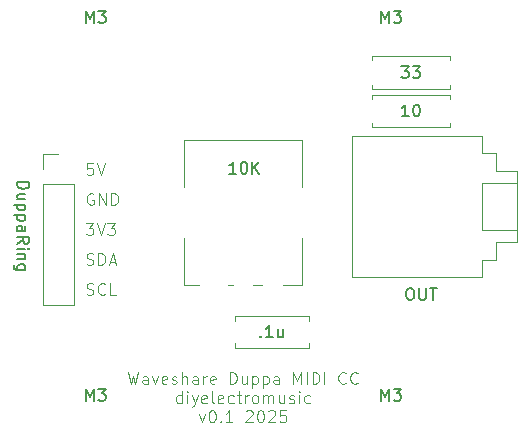
<source format=gbr>
%TF.GenerationSoftware,KiCad,Pcbnew,8.0.7*%
%TF.CreationDate,2025-04-07T14:00:10+01:00*%
%TF.ProjectId,WaveshareDuppaController,57617665-7368-4617-9265-447570706143,rev?*%
%TF.SameCoordinates,Original*%
%TF.FileFunction,Legend,Top*%
%TF.FilePolarity,Positive*%
%FSLAX46Y46*%
G04 Gerber Fmt 4.6, Leading zero omitted, Abs format (unit mm)*
G04 Created by KiCad (PCBNEW 8.0.7) date 2025-04-07 14:00:10*
%MOMM*%
%LPD*%
G01*
G04 APERTURE LIST*
%ADD10C,0.100000*%
%ADD11C,0.150000*%
%ADD12C,0.120000*%
G04 APERTURE END LIST*
D10*
X60261904Y-84042419D02*
X60499999Y-85042419D01*
X60499999Y-85042419D02*
X60690475Y-84328133D01*
X60690475Y-84328133D02*
X60880951Y-85042419D01*
X60880951Y-85042419D02*
X61119047Y-84042419D01*
X61928570Y-85042419D02*
X61928570Y-84518609D01*
X61928570Y-84518609D02*
X61880951Y-84423371D01*
X61880951Y-84423371D02*
X61785713Y-84375752D01*
X61785713Y-84375752D02*
X61595237Y-84375752D01*
X61595237Y-84375752D02*
X61499999Y-84423371D01*
X61928570Y-84994800D02*
X61833332Y-85042419D01*
X61833332Y-85042419D02*
X61595237Y-85042419D01*
X61595237Y-85042419D02*
X61499999Y-84994800D01*
X61499999Y-84994800D02*
X61452380Y-84899561D01*
X61452380Y-84899561D02*
X61452380Y-84804323D01*
X61452380Y-84804323D02*
X61499999Y-84709085D01*
X61499999Y-84709085D02*
X61595237Y-84661466D01*
X61595237Y-84661466D02*
X61833332Y-84661466D01*
X61833332Y-84661466D02*
X61928570Y-84613847D01*
X62309523Y-84375752D02*
X62547618Y-85042419D01*
X62547618Y-85042419D02*
X62785713Y-84375752D01*
X63547618Y-84994800D02*
X63452380Y-85042419D01*
X63452380Y-85042419D02*
X63261904Y-85042419D01*
X63261904Y-85042419D02*
X63166666Y-84994800D01*
X63166666Y-84994800D02*
X63119047Y-84899561D01*
X63119047Y-84899561D02*
X63119047Y-84518609D01*
X63119047Y-84518609D02*
X63166666Y-84423371D01*
X63166666Y-84423371D02*
X63261904Y-84375752D01*
X63261904Y-84375752D02*
X63452380Y-84375752D01*
X63452380Y-84375752D02*
X63547618Y-84423371D01*
X63547618Y-84423371D02*
X63595237Y-84518609D01*
X63595237Y-84518609D02*
X63595237Y-84613847D01*
X63595237Y-84613847D02*
X63119047Y-84709085D01*
X63976190Y-84994800D02*
X64071428Y-85042419D01*
X64071428Y-85042419D02*
X64261904Y-85042419D01*
X64261904Y-85042419D02*
X64357142Y-84994800D01*
X64357142Y-84994800D02*
X64404761Y-84899561D01*
X64404761Y-84899561D02*
X64404761Y-84851942D01*
X64404761Y-84851942D02*
X64357142Y-84756704D01*
X64357142Y-84756704D02*
X64261904Y-84709085D01*
X64261904Y-84709085D02*
X64119047Y-84709085D01*
X64119047Y-84709085D02*
X64023809Y-84661466D01*
X64023809Y-84661466D02*
X63976190Y-84566228D01*
X63976190Y-84566228D02*
X63976190Y-84518609D01*
X63976190Y-84518609D02*
X64023809Y-84423371D01*
X64023809Y-84423371D02*
X64119047Y-84375752D01*
X64119047Y-84375752D02*
X64261904Y-84375752D01*
X64261904Y-84375752D02*
X64357142Y-84423371D01*
X64833333Y-85042419D02*
X64833333Y-84042419D01*
X65261904Y-85042419D02*
X65261904Y-84518609D01*
X65261904Y-84518609D02*
X65214285Y-84423371D01*
X65214285Y-84423371D02*
X65119047Y-84375752D01*
X65119047Y-84375752D02*
X64976190Y-84375752D01*
X64976190Y-84375752D02*
X64880952Y-84423371D01*
X64880952Y-84423371D02*
X64833333Y-84470990D01*
X66166666Y-85042419D02*
X66166666Y-84518609D01*
X66166666Y-84518609D02*
X66119047Y-84423371D01*
X66119047Y-84423371D02*
X66023809Y-84375752D01*
X66023809Y-84375752D02*
X65833333Y-84375752D01*
X65833333Y-84375752D02*
X65738095Y-84423371D01*
X66166666Y-84994800D02*
X66071428Y-85042419D01*
X66071428Y-85042419D02*
X65833333Y-85042419D01*
X65833333Y-85042419D02*
X65738095Y-84994800D01*
X65738095Y-84994800D02*
X65690476Y-84899561D01*
X65690476Y-84899561D02*
X65690476Y-84804323D01*
X65690476Y-84804323D02*
X65738095Y-84709085D01*
X65738095Y-84709085D02*
X65833333Y-84661466D01*
X65833333Y-84661466D02*
X66071428Y-84661466D01*
X66071428Y-84661466D02*
X66166666Y-84613847D01*
X66642857Y-85042419D02*
X66642857Y-84375752D01*
X66642857Y-84566228D02*
X66690476Y-84470990D01*
X66690476Y-84470990D02*
X66738095Y-84423371D01*
X66738095Y-84423371D02*
X66833333Y-84375752D01*
X66833333Y-84375752D02*
X66928571Y-84375752D01*
X67642857Y-84994800D02*
X67547619Y-85042419D01*
X67547619Y-85042419D02*
X67357143Y-85042419D01*
X67357143Y-85042419D02*
X67261905Y-84994800D01*
X67261905Y-84994800D02*
X67214286Y-84899561D01*
X67214286Y-84899561D02*
X67214286Y-84518609D01*
X67214286Y-84518609D02*
X67261905Y-84423371D01*
X67261905Y-84423371D02*
X67357143Y-84375752D01*
X67357143Y-84375752D02*
X67547619Y-84375752D01*
X67547619Y-84375752D02*
X67642857Y-84423371D01*
X67642857Y-84423371D02*
X67690476Y-84518609D01*
X67690476Y-84518609D02*
X67690476Y-84613847D01*
X67690476Y-84613847D02*
X67214286Y-84709085D01*
X68880953Y-85042419D02*
X68880953Y-84042419D01*
X68880953Y-84042419D02*
X69119048Y-84042419D01*
X69119048Y-84042419D02*
X69261905Y-84090038D01*
X69261905Y-84090038D02*
X69357143Y-84185276D01*
X69357143Y-84185276D02*
X69404762Y-84280514D01*
X69404762Y-84280514D02*
X69452381Y-84470990D01*
X69452381Y-84470990D02*
X69452381Y-84613847D01*
X69452381Y-84613847D02*
X69404762Y-84804323D01*
X69404762Y-84804323D02*
X69357143Y-84899561D01*
X69357143Y-84899561D02*
X69261905Y-84994800D01*
X69261905Y-84994800D02*
X69119048Y-85042419D01*
X69119048Y-85042419D02*
X68880953Y-85042419D01*
X70309524Y-84375752D02*
X70309524Y-85042419D01*
X69880953Y-84375752D02*
X69880953Y-84899561D01*
X69880953Y-84899561D02*
X69928572Y-84994800D01*
X69928572Y-84994800D02*
X70023810Y-85042419D01*
X70023810Y-85042419D02*
X70166667Y-85042419D01*
X70166667Y-85042419D02*
X70261905Y-84994800D01*
X70261905Y-84994800D02*
X70309524Y-84947180D01*
X70785715Y-84375752D02*
X70785715Y-85375752D01*
X70785715Y-84423371D02*
X70880953Y-84375752D01*
X70880953Y-84375752D02*
X71071429Y-84375752D01*
X71071429Y-84375752D02*
X71166667Y-84423371D01*
X71166667Y-84423371D02*
X71214286Y-84470990D01*
X71214286Y-84470990D02*
X71261905Y-84566228D01*
X71261905Y-84566228D02*
X71261905Y-84851942D01*
X71261905Y-84851942D02*
X71214286Y-84947180D01*
X71214286Y-84947180D02*
X71166667Y-84994800D01*
X71166667Y-84994800D02*
X71071429Y-85042419D01*
X71071429Y-85042419D02*
X70880953Y-85042419D01*
X70880953Y-85042419D02*
X70785715Y-84994800D01*
X71690477Y-84375752D02*
X71690477Y-85375752D01*
X71690477Y-84423371D02*
X71785715Y-84375752D01*
X71785715Y-84375752D02*
X71976191Y-84375752D01*
X71976191Y-84375752D02*
X72071429Y-84423371D01*
X72071429Y-84423371D02*
X72119048Y-84470990D01*
X72119048Y-84470990D02*
X72166667Y-84566228D01*
X72166667Y-84566228D02*
X72166667Y-84851942D01*
X72166667Y-84851942D02*
X72119048Y-84947180D01*
X72119048Y-84947180D02*
X72071429Y-84994800D01*
X72071429Y-84994800D02*
X71976191Y-85042419D01*
X71976191Y-85042419D02*
X71785715Y-85042419D01*
X71785715Y-85042419D02*
X71690477Y-84994800D01*
X73023810Y-85042419D02*
X73023810Y-84518609D01*
X73023810Y-84518609D02*
X72976191Y-84423371D01*
X72976191Y-84423371D02*
X72880953Y-84375752D01*
X72880953Y-84375752D02*
X72690477Y-84375752D01*
X72690477Y-84375752D02*
X72595239Y-84423371D01*
X73023810Y-84994800D02*
X72928572Y-85042419D01*
X72928572Y-85042419D02*
X72690477Y-85042419D01*
X72690477Y-85042419D02*
X72595239Y-84994800D01*
X72595239Y-84994800D02*
X72547620Y-84899561D01*
X72547620Y-84899561D02*
X72547620Y-84804323D01*
X72547620Y-84804323D02*
X72595239Y-84709085D01*
X72595239Y-84709085D02*
X72690477Y-84661466D01*
X72690477Y-84661466D02*
X72928572Y-84661466D01*
X72928572Y-84661466D02*
X73023810Y-84613847D01*
X74261906Y-85042419D02*
X74261906Y-84042419D01*
X74261906Y-84042419D02*
X74595239Y-84756704D01*
X74595239Y-84756704D02*
X74928572Y-84042419D01*
X74928572Y-84042419D02*
X74928572Y-85042419D01*
X75404763Y-85042419D02*
X75404763Y-84042419D01*
X75880953Y-85042419D02*
X75880953Y-84042419D01*
X75880953Y-84042419D02*
X76119048Y-84042419D01*
X76119048Y-84042419D02*
X76261905Y-84090038D01*
X76261905Y-84090038D02*
X76357143Y-84185276D01*
X76357143Y-84185276D02*
X76404762Y-84280514D01*
X76404762Y-84280514D02*
X76452381Y-84470990D01*
X76452381Y-84470990D02*
X76452381Y-84613847D01*
X76452381Y-84613847D02*
X76404762Y-84804323D01*
X76404762Y-84804323D02*
X76357143Y-84899561D01*
X76357143Y-84899561D02*
X76261905Y-84994800D01*
X76261905Y-84994800D02*
X76119048Y-85042419D01*
X76119048Y-85042419D02*
X75880953Y-85042419D01*
X76880953Y-85042419D02*
X76880953Y-84042419D01*
X78690476Y-84947180D02*
X78642857Y-84994800D01*
X78642857Y-84994800D02*
X78500000Y-85042419D01*
X78500000Y-85042419D02*
X78404762Y-85042419D01*
X78404762Y-85042419D02*
X78261905Y-84994800D01*
X78261905Y-84994800D02*
X78166667Y-84899561D01*
X78166667Y-84899561D02*
X78119048Y-84804323D01*
X78119048Y-84804323D02*
X78071429Y-84613847D01*
X78071429Y-84613847D02*
X78071429Y-84470990D01*
X78071429Y-84470990D02*
X78119048Y-84280514D01*
X78119048Y-84280514D02*
X78166667Y-84185276D01*
X78166667Y-84185276D02*
X78261905Y-84090038D01*
X78261905Y-84090038D02*
X78404762Y-84042419D01*
X78404762Y-84042419D02*
X78500000Y-84042419D01*
X78500000Y-84042419D02*
X78642857Y-84090038D01*
X78642857Y-84090038D02*
X78690476Y-84137657D01*
X79690476Y-84947180D02*
X79642857Y-84994800D01*
X79642857Y-84994800D02*
X79500000Y-85042419D01*
X79500000Y-85042419D02*
X79404762Y-85042419D01*
X79404762Y-85042419D02*
X79261905Y-84994800D01*
X79261905Y-84994800D02*
X79166667Y-84899561D01*
X79166667Y-84899561D02*
X79119048Y-84804323D01*
X79119048Y-84804323D02*
X79071429Y-84613847D01*
X79071429Y-84613847D02*
X79071429Y-84470990D01*
X79071429Y-84470990D02*
X79119048Y-84280514D01*
X79119048Y-84280514D02*
X79166667Y-84185276D01*
X79166667Y-84185276D02*
X79261905Y-84090038D01*
X79261905Y-84090038D02*
X79404762Y-84042419D01*
X79404762Y-84042419D02*
X79500000Y-84042419D01*
X79500000Y-84042419D02*
X79642857Y-84090038D01*
X79642857Y-84090038D02*
X79690476Y-84137657D01*
X64809523Y-86652363D02*
X64809523Y-85652363D01*
X64809523Y-86604744D02*
X64714285Y-86652363D01*
X64714285Y-86652363D02*
X64523809Y-86652363D01*
X64523809Y-86652363D02*
X64428571Y-86604744D01*
X64428571Y-86604744D02*
X64380952Y-86557124D01*
X64380952Y-86557124D02*
X64333333Y-86461886D01*
X64333333Y-86461886D02*
X64333333Y-86176172D01*
X64333333Y-86176172D02*
X64380952Y-86080934D01*
X64380952Y-86080934D02*
X64428571Y-86033315D01*
X64428571Y-86033315D02*
X64523809Y-85985696D01*
X64523809Y-85985696D02*
X64714285Y-85985696D01*
X64714285Y-85985696D02*
X64809523Y-86033315D01*
X65285714Y-86652363D02*
X65285714Y-85985696D01*
X65285714Y-85652363D02*
X65238095Y-85699982D01*
X65238095Y-85699982D02*
X65285714Y-85747601D01*
X65285714Y-85747601D02*
X65333333Y-85699982D01*
X65333333Y-85699982D02*
X65285714Y-85652363D01*
X65285714Y-85652363D02*
X65285714Y-85747601D01*
X65666666Y-85985696D02*
X65904761Y-86652363D01*
X66142856Y-85985696D02*
X65904761Y-86652363D01*
X65904761Y-86652363D02*
X65809523Y-86890458D01*
X65809523Y-86890458D02*
X65761904Y-86938077D01*
X65761904Y-86938077D02*
X65666666Y-86985696D01*
X66904761Y-86604744D02*
X66809523Y-86652363D01*
X66809523Y-86652363D02*
X66619047Y-86652363D01*
X66619047Y-86652363D02*
X66523809Y-86604744D01*
X66523809Y-86604744D02*
X66476190Y-86509505D01*
X66476190Y-86509505D02*
X66476190Y-86128553D01*
X66476190Y-86128553D02*
X66523809Y-86033315D01*
X66523809Y-86033315D02*
X66619047Y-85985696D01*
X66619047Y-85985696D02*
X66809523Y-85985696D01*
X66809523Y-85985696D02*
X66904761Y-86033315D01*
X66904761Y-86033315D02*
X66952380Y-86128553D01*
X66952380Y-86128553D02*
X66952380Y-86223791D01*
X66952380Y-86223791D02*
X66476190Y-86319029D01*
X67523809Y-86652363D02*
X67428571Y-86604744D01*
X67428571Y-86604744D02*
X67380952Y-86509505D01*
X67380952Y-86509505D02*
X67380952Y-85652363D01*
X68285714Y-86604744D02*
X68190476Y-86652363D01*
X68190476Y-86652363D02*
X68000000Y-86652363D01*
X68000000Y-86652363D02*
X67904762Y-86604744D01*
X67904762Y-86604744D02*
X67857143Y-86509505D01*
X67857143Y-86509505D02*
X67857143Y-86128553D01*
X67857143Y-86128553D02*
X67904762Y-86033315D01*
X67904762Y-86033315D02*
X68000000Y-85985696D01*
X68000000Y-85985696D02*
X68190476Y-85985696D01*
X68190476Y-85985696D02*
X68285714Y-86033315D01*
X68285714Y-86033315D02*
X68333333Y-86128553D01*
X68333333Y-86128553D02*
X68333333Y-86223791D01*
X68333333Y-86223791D02*
X67857143Y-86319029D01*
X69190476Y-86604744D02*
X69095238Y-86652363D01*
X69095238Y-86652363D02*
X68904762Y-86652363D01*
X68904762Y-86652363D02*
X68809524Y-86604744D01*
X68809524Y-86604744D02*
X68761905Y-86557124D01*
X68761905Y-86557124D02*
X68714286Y-86461886D01*
X68714286Y-86461886D02*
X68714286Y-86176172D01*
X68714286Y-86176172D02*
X68761905Y-86080934D01*
X68761905Y-86080934D02*
X68809524Y-86033315D01*
X68809524Y-86033315D02*
X68904762Y-85985696D01*
X68904762Y-85985696D02*
X69095238Y-85985696D01*
X69095238Y-85985696D02*
X69190476Y-86033315D01*
X69476191Y-85985696D02*
X69857143Y-85985696D01*
X69619048Y-85652363D02*
X69619048Y-86509505D01*
X69619048Y-86509505D02*
X69666667Y-86604744D01*
X69666667Y-86604744D02*
X69761905Y-86652363D01*
X69761905Y-86652363D02*
X69857143Y-86652363D01*
X70190477Y-86652363D02*
X70190477Y-85985696D01*
X70190477Y-86176172D02*
X70238096Y-86080934D01*
X70238096Y-86080934D02*
X70285715Y-86033315D01*
X70285715Y-86033315D02*
X70380953Y-85985696D01*
X70380953Y-85985696D02*
X70476191Y-85985696D01*
X70952382Y-86652363D02*
X70857144Y-86604744D01*
X70857144Y-86604744D02*
X70809525Y-86557124D01*
X70809525Y-86557124D02*
X70761906Y-86461886D01*
X70761906Y-86461886D02*
X70761906Y-86176172D01*
X70761906Y-86176172D02*
X70809525Y-86080934D01*
X70809525Y-86080934D02*
X70857144Y-86033315D01*
X70857144Y-86033315D02*
X70952382Y-85985696D01*
X70952382Y-85985696D02*
X71095239Y-85985696D01*
X71095239Y-85985696D02*
X71190477Y-86033315D01*
X71190477Y-86033315D02*
X71238096Y-86080934D01*
X71238096Y-86080934D02*
X71285715Y-86176172D01*
X71285715Y-86176172D02*
X71285715Y-86461886D01*
X71285715Y-86461886D02*
X71238096Y-86557124D01*
X71238096Y-86557124D02*
X71190477Y-86604744D01*
X71190477Y-86604744D02*
X71095239Y-86652363D01*
X71095239Y-86652363D02*
X70952382Y-86652363D01*
X71714287Y-86652363D02*
X71714287Y-85985696D01*
X71714287Y-86080934D02*
X71761906Y-86033315D01*
X71761906Y-86033315D02*
X71857144Y-85985696D01*
X71857144Y-85985696D02*
X72000001Y-85985696D01*
X72000001Y-85985696D02*
X72095239Y-86033315D01*
X72095239Y-86033315D02*
X72142858Y-86128553D01*
X72142858Y-86128553D02*
X72142858Y-86652363D01*
X72142858Y-86128553D02*
X72190477Y-86033315D01*
X72190477Y-86033315D02*
X72285715Y-85985696D01*
X72285715Y-85985696D02*
X72428572Y-85985696D01*
X72428572Y-85985696D02*
X72523811Y-86033315D01*
X72523811Y-86033315D02*
X72571430Y-86128553D01*
X72571430Y-86128553D02*
X72571430Y-86652363D01*
X73476191Y-85985696D02*
X73476191Y-86652363D01*
X73047620Y-85985696D02*
X73047620Y-86509505D01*
X73047620Y-86509505D02*
X73095239Y-86604744D01*
X73095239Y-86604744D02*
X73190477Y-86652363D01*
X73190477Y-86652363D02*
X73333334Y-86652363D01*
X73333334Y-86652363D02*
X73428572Y-86604744D01*
X73428572Y-86604744D02*
X73476191Y-86557124D01*
X73904763Y-86604744D02*
X74000001Y-86652363D01*
X74000001Y-86652363D02*
X74190477Y-86652363D01*
X74190477Y-86652363D02*
X74285715Y-86604744D01*
X74285715Y-86604744D02*
X74333334Y-86509505D01*
X74333334Y-86509505D02*
X74333334Y-86461886D01*
X74333334Y-86461886D02*
X74285715Y-86366648D01*
X74285715Y-86366648D02*
X74190477Y-86319029D01*
X74190477Y-86319029D02*
X74047620Y-86319029D01*
X74047620Y-86319029D02*
X73952382Y-86271410D01*
X73952382Y-86271410D02*
X73904763Y-86176172D01*
X73904763Y-86176172D02*
X73904763Y-86128553D01*
X73904763Y-86128553D02*
X73952382Y-86033315D01*
X73952382Y-86033315D02*
X74047620Y-85985696D01*
X74047620Y-85985696D02*
X74190477Y-85985696D01*
X74190477Y-85985696D02*
X74285715Y-86033315D01*
X74761906Y-86652363D02*
X74761906Y-85985696D01*
X74761906Y-85652363D02*
X74714287Y-85699982D01*
X74714287Y-85699982D02*
X74761906Y-85747601D01*
X74761906Y-85747601D02*
X74809525Y-85699982D01*
X74809525Y-85699982D02*
X74761906Y-85652363D01*
X74761906Y-85652363D02*
X74761906Y-85747601D01*
X75666667Y-86604744D02*
X75571429Y-86652363D01*
X75571429Y-86652363D02*
X75380953Y-86652363D01*
X75380953Y-86652363D02*
X75285715Y-86604744D01*
X75285715Y-86604744D02*
X75238096Y-86557124D01*
X75238096Y-86557124D02*
X75190477Y-86461886D01*
X75190477Y-86461886D02*
X75190477Y-86176172D01*
X75190477Y-86176172D02*
X75238096Y-86080934D01*
X75238096Y-86080934D02*
X75285715Y-86033315D01*
X75285715Y-86033315D02*
X75380953Y-85985696D01*
X75380953Y-85985696D02*
X75571429Y-85985696D01*
X75571429Y-85985696D02*
X75666667Y-86033315D01*
X66285714Y-87595640D02*
X66523809Y-88262307D01*
X66523809Y-88262307D02*
X66761904Y-87595640D01*
X67333333Y-87262307D02*
X67428571Y-87262307D01*
X67428571Y-87262307D02*
X67523809Y-87309926D01*
X67523809Y-87309926D02*
X67571428Y-87357545D01*
X67571428Y-87357545D02*
X67619047Y-87452783D01*
X67619047Y-87452783D02*
X67666666Y-87643259D01*
X67666666Y-87643259D02*
X67666666Y-87881354D01*
X67666666Y-87881354D02*
X67619047Y-88071830D01*
X67619047Y-88071830D02*
X67571428Y-88167068D01*
X67571428Y-88167068D02*
X67523809Y-88214688D01*
X67523809Y-88214688D02*
X67428571Y-88262307D01*
X67428571Y-88262307D02*
X67333333Y-88262307D01*
X67333333Y-88262307D02*
X67238095Y-88214688D01*
X67238095Y-88214688D02*
X67190476Y-88167068D01*
X67190476Y-88167068D02*
X67142857Y-88071830D01*
X67142857Y-88071830D02*
X67095238Y-87881354D01*
X67095238Y-87881354D02*
X67095238Y-87643259D01*
X67095238Y-87643259D02*
X67142857Y-87452783D01*
X67142857Y-87452783D02*
X67190476Y-87357545D01*
X67190476Y-87357545D02*
X67238095Y-87309926D01*
X67238095Y-87309926D02*
X67333333Y-87262307D01*
X68095238Y-88167068D02*
X68142857Y-88214688D01*
X68142857Y-88214688D02*
X68095238Y-88262307D01*
X68095238Y-88262307D02*
X68047619Y-88214688D01*
X68047619Y-88214688D02*
X68095238Y-88167068D01*
X68095238Y-88167068D02*
X68095238Y-88262307D01*
X69095237Y-88262307D02*
X68523809Y-88262307D01*
X68809523Y-88262307D02*
X68809523Y-87262307D01*
X68809523Y-87262307D02*
X68714285Y-87405164D01*
X68714285Y-87405164D02*
X68619047Y-87500402D01*
X68619047Y-87500402D02*
X68523809Y-87548021D01*
X70238095Y-87357545D02*
X70285714Y-87309926D01*
X70285714Y-87309926D02*
X70380952Y-87262307D01*
X70380952Y-87262307D02*
X70619047Y-87262307D01*
X70619047Y-87262307D02*
X70714285Y-87309926D01*
X70714285Y-87309926D02*
X70761904Y-87357545D01*
X70761904Y-87357545D02*
X70809523Y-87452783D01*
X70809523Y-87452783D02*
X70809523Y-87548021D01*
X70809523Y-87548021D02*
X70761904Y-87690878D01*
X70761904Y-87690878D02*
X70190476Y-88262307D01*
X70190476Y-88262307D02*
X70809523Y-88262307D01*
X71428571Y-87262307D02*
X71523809Y-87262307D01*
X71523809Y-87262307D02*
X71619047Y-87309926D01*
X71619047Y-87309926D02*
X71666666Y-87357545D01*
X71666666Y-87357545D02*
X71714285Y-87452783D01*
X71714285Y-87452783D02*
X71761904Y-87643259D01*
X71761904Y-87643259D02*
X71761904Y-87881354D01*
X71761904Y-87881354D02*
X71714285Y-88071830D01*
X71714285Y-88071830D02*
X71666666Y-88167068D01*
X71666666Y-88167068D02*
X71619047Y-88214688D01*
X71619047Y-88214688D02*
X71523809Y-88262307D01*
X71523809Y-88262307D02*
X71428571Y-88262307D01*
X71428571Y-88262307D02*
X71333333Y-88214688D01*
X71333333Y-88214688D02*
X71285714Y-88167068D01*
X71285714Y-88167068D02*
X71238095Y-88071830D01*
X71238095Y-88071830D02*
X71190476Y-87881354D01*
X71190476Y-87881354D02*
X71190476Y-87643259D01*
X71190476Y-87643259D02*
X71238095Y-87452783D01*
X71238095Y-87452783D02*
X71285714Y-87357545D01*
X71285714Y-87357545D02*
X71333333Y-87309926D01*
X71333333Y-87309926D02*
X71428571Y-87262307D01*
X72142857Y-87357545D02*
X72190476Y-87309926D01*
X72190476Y-87309926D02*
X72285714Y-87262307D01*
X72285714Y-87262307D02*
X72523809Y-87262307D01*
X72523809Y-87262307D02*
X72619047Y-87309926D01*
X72619047Y-87309926D02*
X72666666Y-87357545D01*
X72666666Y-87357545D02*
X72714285Y-87452783D01*
X72714285Y-87452783D02*
X72714285Y-87548021D01*
X72714285Y-87548021D02*
X72666666Y-87690878D01*
X72666666Y-87690878D02*
X72095238Y-88262307D01*
X72095238Y-88262307D02*
X72714285Y-88262307D01*
X73619047Y-87262307D02*
X73142857Y-87262307D01*
X73142857Y-87262307D02*
X73095238Y-87738497D01*
X73095238Y-87738497D02*
X73142857Y-87690878D01*
X73142857Y-87690878D02*
X73238095Y-87643259D01*
X73238095Y-87643259D02*
X73476190Y-87643259D01*
X73476190Y-87643259D02*
X73571428Y-87690878D01*
X73571428Y-87690878D02*
X73619047Y-87738497D01*
X73619047Y-87738497D02*
X73666666Y-87833735D01*
X73666666Y-87833735D02*
X73666666Y-88071830D01*
X73666666Y-88071830D02*
X73619047Y-88167068D01*
X73619047Y-88167068D02*
X73571428Y-88214688D01*
X73571428Y-88214688D02*
X73476190Y-88262307D01*
X73476190Y-88262307D02*
X73238095Y-88262307D01*
X73238095Y-88262307D02*
X73142857Y-88214688D01*
X73142857Y-88214688D02*
X73095238Y-88167068D01*
X56756265Y-77444800D02*
X56899122Y-77492419D01*
X56899122Y-77492419D02*
X57137217Y-77492419D01*
X57137217Y-77492419D02*
X57232455Y-77444800D01*
X57232455Y-77444800D02*
X57280074Y-77397180D01*
X57280074Y-77397180D02*
X57327693Y-77301942D01*
X57327693Y-77301942D02*
X57327693Y-77206704D01*
X57327693Y-77206704D02*
X57280074Y-77111466D01*
X57280074Y-77111466D02*
X57232455Y-77063847D01*
X57232455Y-77063847D02*
X57137217Y-77016228D01*
X57137217Y-77016228D02*
X56946741Y-76968609D01*
X56946741Y-76968609D02*
X56851503Y-76920990D01*
X56851503Y-76920990D02*
X56803884Y-76873371D01*
X56803884Y-76873371D02*
X56756265Y-76778133D01*
X56756265Y-76778133D02*
X56756265Y-76682895D01*
X56756265Y-76682895D02*
X56803884Y-76587657D01*
X56803884Y-76587657D02*
X56851503Y-76540038D01*
X56851503Y-76540038D02*
X56946741Y-76492419D01*
X56946741Y-76492419D02*
X57184836Y-76492419D01*
X57184836Y-76492419D02*
X57327693Y-76540038D01*
X58327693Y-77397180D02*
X58280074Y-77444800D01*
X58280074Y-77444800D02*
X58137217Y-77492419D01*
X58137217Y-77492419D02*
X58041979Y-77492419D01*
X58041979Y-77492419D02*
X57899122Y-77444800D01*
X57899122Y-77444800D02*
X57803884Y-77349561D01*
X57803884Y-77349561D02*
X57756265Y-77254323D01*
X57756265Y-77254323D02*
X57708646Y-77063847D01*
X57708646Y-77063847D02*
X57708646Y-76920990D01*
X57708646Y-76920990D02*
X57756265Y-76730514D01*
X57756265Y-76730514D02*
X57803884Y-76635276D01*
X57803884Y-76635276D02*
X57899122Y-76540038D01*
X57899122Y-76540038D02*
X58041979Y-76492419D01*
X58041979Y-76492419D02*
X58137217Y-76492419D01*
X58137217Y-76492419D02*
X58280074Y-76540038D01*
X58280074Y-76540038D02*
X58327693Y-76587657D01*
X59232455Y-77492419D02*
X58756265Y-77492419D01*
X58756265Y-77492419D02*
X58756265Y-76492419D01*
X56756265Y-74904800D02*
X56899122Y-74952419D01*
X56899122Y-74952419D02*
X57137217Y-74952419D01*
X57137217Y-74952419D02*
X57232455Y-74904800D01*
X57232455Y-74904800D02*
X57280074Y-74857180D01*
X57280074Y-74857180D02*
X57327693Y-74761942D01*
X57327693Y-74761942D02*
X57327693Y-74666704D01*
X57327693Y-74666704D02*
X57280074Y-74571466D01*
X57280074Y-74571466D02*
X57232455Y-74523847D01*
X57232455Y-74523847D02*
X57137217Y-74476228D01*
X57137217Y-74476228D02*
X56946741Y-74428609D01*
X56946741Y-74428609D02*
X56851503Y-74380990D01*
X56851503Y-74380990D02*
X56803884Y-74333371D01*
X56803884Y-74333371D02*
X56756265Y-74238133D01*
X56756265Y-74238133D02*
X56756265Y-74142895D01*
X56756265Y-74142895D02*
X56803884Y-74047657D01*
X56803884Y-74047657D02*
X56851503Y-74000038D01*
X56851503Y-74000038D02*
X56946741Y-73952419D01*
X56946741Y-73952419D02*
X57184836Y-73952419D01*
X57184836Y-73952419D02*
X57327693Y-74000038D01*
X57756265Y-74952419D02*
X57756265Y-73952419D01*
X57756265Y-73952419D02*
X57994360Y-73952419D01*
X57994360Y-73952419D02*
X58137217Y-74000038D01*
X58137217Y-74000038D02*
X58232455Y-74095276D01*
X58232455Y-74095276D02*
X58280074Y-74190514D01*
X58280074Y-74190514D02*
X58327693Y-74380990D01*
X58327693Y-74380990D02*
X58327693Y-74523847D01*
X58327693Y-74523847D02*
X58280074Y-74714323D01*
X58280074Y-74714323D02*
X58232455Y-74809561D01*
X58232455Y-74809561D02*
X58137217Y-74904800D01*
X58137217Y-74904800D02*
X57994360Y-74952419D01*
X57994360Y-74952419D02*
X57756265Y-74952419D01*
X58708646Y-74666704D02*
X59184836Y-74666704D01*
X58613408Y-74952419D02*
X58946741Y-73952419D01*
X58946741Y-73952419D02*
X59280074Y-74952419D01*
X56708646Y-71412419D02*
X57327693Y-71412419D01*
X57327693Y-71412419D02*
X56994360Y-71793371D01*
X56994360Y-71793371D02*
X57137217Y-71793371D01*
X57137217Y-71793371D02*
X57232455Y-71840990D01*
X57232455Y-71840990D02*
X57280074Y-71888609D01*
X57280074Y-71888609D02*
X57327693Y-71983847D01*
X57327693Y-71983847D02*
X57327693Y-72221942D01*
X57327693Y-72221942D02*
X57280074Y-72317180D01*
X57280074Y-72317180D02*
X57232455Y-72364800D01*
X57232455Y-72364800D02*
X57137217Y-72412419D01*
X57137217Y-72412419D02*
X56851503Y-72412419D01*
X56851503Y-72412419D02*
X56756265Y-72364800D01*
X56756265Y-72364800D02*
X56708646Y-72317180D01*
X57613408Y-71412419D02*
X57946741Y-72412419D01*
X57946741Y-72412419D02*
X58280074Y-71412419D01*
X58518170Y-71412419D02*
X59137217Y-71412419D01*
X59137217Y-71412419D02*
X58803884Y-71793371D01*
X58803884Y-71793371D02*
X58946741Y-71793371D01*
X58946741Y-71793371D02*
X59041979Y-71840990D01*
X59041979Y-71840990D02*
X59089598Y-71888609D01*
X59089598Y-71888609D02*
X59137217Y-71983847D01*
X59137217Y-71983847D02*
X59137217Y-72221942D01*
X59137217Y-72221942D02*
X59089598Y-72317180D01*
X59089598Y-72317180D02*
X59041979Y-72364800D01*
X59041979Y-72364800D02*
X58946741Y-72412419D01*
X58946741Y-72412419D02*
X58661027Y-72412419D01*
X58661027Y-72412419D02*
X58565789Y-72364800D01*
X58565789Y-72364800D02*
X58518170Y-72317180D01*
X57327693Y-68920038D02*
X57232455Y-68872419D01*
X57232455Y-68872419D02*
X57089598Y-68872419D01*
X57089598Y-68872419D02*
X56946741Y-68920038D01*
X56946741Y-68920038D02*
X56851503Y-69015276D01*
X56851503Y-69015276D02*
X56803884Y-69110514D01*
X56803884Y-69110514D02*
X56756265Y-69300990D01*
X56756265Y-69300990D02*
X56756265Y-69443847D01*
X56756265Y-69443847D02*
X56803884Y-69634323D01*
X56803884Y-69634323D02*
X56851503Y-69729561D01*
X56851503Y-69729561D02*
X56946741Y-69824800D01*
X56946741Y-69824800D02*
X57089598Y-69872419D01*
X57089598Y-69872419D02*
X57184836Y-69872419D01*
X57184836Y-69872419D02*
X57327693Y-69824800D01*
X57327693Y-69824800D02*
X57375312Y-69777180D01*
X57375312Y-69777180D02*
X57375312Y-69443847D01*
X57375312Y-69443847D02*
X57184836Y-69443847D01*
X57803884Y-69872419D02*
X57803884Y-68872419D01*
X57803884Y-68872419D02*
X58375312Y-69872419D01*
X58375312Y-69872419D02*
X58375312Y-68872419D01*
X58851503Y-69872419D02*
X58851503Y-68872419D01*
X58851503Y-68872419D02*
X59089598Y-68872419D01*
X59089598Y-68872419D02*
X59232455Y-68920038D01*
X59232455Y-68920038D02*
X59327693Y-69015276D01*
X59327693Y-69015276D02*
X59375312Y-69110514D01*
X59375312Y-69110514D02*
X59422931Y-69300990D01*
X59422931Y-69300990D02*
X59422931Y-69443847D01*
X59422931Y-69443847D02*
X59375312Y-69634323D01*
X59375312Y-69634323D02*
X59327693Y-69729561D01*
X59327693Y-69729561D02*
X59232455Y-69824800D01*
X59232455Y-69824800D02*
X59089598Y-69872419D01*
X59089598Y-69872419D02*
X58851503Y-69872419D01*
X57280074Y-66332419D02*
X56803884Y-66332419D01*
X56803884Y-66332419D02*
X56756265Y-66808609D01*
X56756265Y-66808609D02*
X56803884Y-66760990D01*
X56803884Y-66760990D02*
X56899122Y-66713371D01*
X56899122Y-66713371D02*
X57137217Y-66713371D01*
X57137217Y-66713371D02*
X57232455Y-66760990D01*
X57232455Y-66760990D02*
X57280074Y-66808609D01*
X57280074Y-66808609D02*
X57327693Y-66903847D01*
X57327693Y-66903847D02*
X57327693Y-67141942D01*
X57327693Y-67141942D02*
X57280074Y-67237180D01*
X57280074Y-67237180D02*
X57232455Y-67284800D01*
X57232455Y-67284800D02*
X57137217Y-67332419D01*
X57137217Y-67332419D02*
X56899122Y-67332419D01*
X56899122Y-67332419D02*
X56803884Y-67284800D01*
X56803884Y-67284800D02*
X56756265Y-67237180D01*
X57613408Y-66332419D02*
X57946741Y-67332419D01*
X57946741Y-67332419D02*
X58280074Y-66332419D01*
D11*
X84050000Y-76904819D02*
X84240476Y-76904819D01*
X84240476Y-76904819D02*
X84335714Y-76952438D01*
X84335714Y-76952438D02*
X84430952Y-77047676D01*
X84430952Y-77047676D02*
X84478571Y-77238152D01*
X84478571Y-77238152D02*
X84478571Y-77571485D01*
X84478571Y-77571485D02*
X84430952Y-77761961D01*
X84430952Y-77761961D02*
X84335714Y-77857200D01*
X84335714Y-77857200D02*
X84240476Y-77904819D01*
X84240476Y-77904819D02*
X84050000Y-77904819D01*
X84050000Y-77904819D02*
X83954762Y-77857200D01*
X83954762Y-77857200D02*
X83859524Y-77761961D01*
X83859524Y-77761961D02*
X83811905Y-77571485D01*
X83811905Y-77571485D02*
X83811905Y-77238152D01*
X83811905Y-77238152D02*
X83859524Y-77047676D01*
X83859524Y-77047676D02*
X83954762Y-76952438D01*
X83954762Y-76952438D02*
X84050000Y-76904819D01*
X84907143Y-76904819D02*
X84907143Y-77714342D01*
X84907143Y-77714342D02*
X84954762Y-77809580D01*
X84954762Y-77809580D02*
X85002381Y-77857200D01*
X85002381Y-77857200D02*
X85097619Y-77904819D01*
X85097619Y-77904819D02*
X85288095Y-77904819D01*
X85288095Y-77904819D02*
X85383333Y-77857200D01*
X85383333Y-77857200D02*
X85430952Y-77809580D01*
X85430952Y-77809580D02*
X85478571Y-77714342D01*
X85478571Y-77714342D02*
X85478571Y-76904819D01*
X85811905Y-76904819D02*
X86383333Y-76904819D01*
X86097619Y-77904819D02*
X86097619Y-76904819D01*
X71496429Y-80984580D02*
X71544048Y-81032200D01*
X71544048Y-81032200D02*
X71496429Y-81079819D01*
X71496429Y-81079819D02*
X71448810Y-81032200D01*
X71448810Y-81032200D02*
X71496429Y-80984580D01*
X71496429Y-80984580D02*
X71496429Y-81079819D01*
X72496428Y-81079819D02*
X71925000Y-81079819D01*
X72210714Y-81079819D02*
X72210714Y-80079819D01*
X72210714Y-80079819D02*
X72115476Y-80222676D01*
X72115476Y-80222676D02*
X72020238Y-80317914D01*
X72020238Y-80317914D02*
X71925000Y-80365533D01*
X73353571Y-80413152D02*
X73353571Y-81079819D01*
X72925000Y-80413152D02*
X72925000Y-80936961D01*
X72925000Y-80936961D02*
X72972619Y-81032200D01*
X72972619Y-81032200D02*
X73067857Y-81079819D01*
X73067857Y-81079819D02*
X73210714Y-81079819D01*
X73210714Y-81079819D02*
X73305952Y-81032200D01*
X73305952Y-81032200D02*
X73353571Y-80984580D01*
X56690476Y-86454819D02*
X56690476Y-85454819D01*
X56690476Y-85454819D02*
X57023809Y-86169104D01*
X57023809Y-86169104D02*
X57357142Y-85454819D01*
X57357142Y-85454819D02*
X57357142Y-86454819D01*
X57738095Y-85454819D02*
X58357142Y-85454819D01*
X58357142Y-85454819D02*
X58023809Y-85835771D01*
X58023809Y-85835771D02*
X58166666Y-85835771D01*
X58166666Y-85835771D02*
X58261904Y-85883390D01*
X58261904Y-85883390D02*
X58309523Y-85931009D01*
X58309523Y-85931009D02*
X58357142Y-86026247D01*
X58357142Y-86026247D02*
X58357142Y-86264342D01*
X58357142Y-86264342D02*
X58309523Y-86359580D01*
X58309523Y-86359580D02*
X58261904Y-86407200D01*
X58261904Y-86407200D02*
X58166666Y-86454819D01*
X58166666Y-86454819D02*
X57880952Y-86454819D01*
X57880952Y-86454819D02*
X57785714Y-86407200D01*
X57785714Y-86407200D02*
X57738095Y-86359580D01*
X81690476Y-86454819D02*
X81690476Y-85454819D01*
X81690476Y-85454819D02*
X82023809Y-86169104D01*
X82023809Y-86169104D02*
X82357142Y-85454819D01*
X82357142Y-85454819D02*
X82357142Y-86454819D01*
X82738095Y-85454819D02*
X83357142Y-85454819D01*
X83357142Y-85454819D02*
X83023809Y-85835771D01*
X83023809Y-85835771D02*
X83166666Y-85835771D01*
X83166666Y-85835771D02*
X83261904Y-85883390D01*
X83261904Y-85883390D02*
X83309523Y-85931009D01*
X83309523Y-85931009D02*
X83357142Y-86026247D01*
X83357142Y-86026247D02*
X83357142Y-86264342D01*
X83357142Y-86264342D02*
X83309523Y-86359580D01*
X83309523Y-86359580D02*
X83261904Y-86407200D01*
X83261904Y-86407200D02*
X83166666Y-86454819D01*
X83166666Y-86454819D02*
X82880952Y-86454819D01*
X82880952Y-86454819D02*
X82785714Y-86407200D01*
X82785714Y-86407200D02*
X82738095Y-86359580D01*
X81690476Y-54454819D02*
X81690476Y-53454819D01*
X81690476Y-53454819D02*
X82023809Y-54169104D01*
X82023809Y-54169104D02*
X82357142Y-53454819D01*
X82357142Y-53454819D02*
X82357142Y-54454819D01*
X82738095Y-53454819D02*
X83357142Y-53454819D01*
X83357142Y-53454819D02*
X83023809Y-53835771D01*
X83023809Y-53835771D02*
X83166666Y-53835771D01*
X83166666Y-53835771D02*
X83261904Y-53883390D01*
X83261904Y-53883390D02*
X83309523Y-53931009D01*
X83309523Y-53931009D02*
X83357142Y-54026247D01*
X83357142Y-54026247D02*
X83357142Y-54264342D01*
X83357142Y-54264342D02*
X83309523Y-54359580D01*
X83309523Y-54359580D02*
X83261904Y-54407200D01*
X83261904Y-54407200D02*
X83166666Y-54454819D01*
X83166666Y-54454819D02*
X82880952Y-54454819D01*
X82880952Y-54454819D02*
X82785714Y-54407200D01*
X82785714Y-54407200D02*
X82738095Y-54359580D01*
X50895180Y-67955714D02*
X51895180Y-67955714D01*
X51895180Y-67955714D02*
X51895180Y-68193809D01*
X51895180Y-68193809D02*
X51847561Y-68336666D01*
X51847561Y-68336666D02*
X51752323Y-68431904D01*
X51752323Y-68431904D02*
X51657085Y-68479523D01*
X51657085Y-68479523D02*
X51466609Y-68527142D01*
X51466609Y-68527142D02*
X51323752Y-68527142D01*
X51323752Y-68527142D02*
X51133276Y-68479523D01*
X51133276Y-68479523D02*
X51038038Y-68431904D01*
X51038038Y-68431904D02*
X50942800Y-68336666D01*
X50942800Y-68336666D02*
X50895180Y-68193809D01*
X50895180Y-68193809D02*
X50895180Y-67955714D01*
X51561847Y-69384285D02*
X50895180Y-69384285D01*
X51561847Y-68955714D02*
X51038038Y-68955714D01*
X51038038Y-68955714D02*
X50942800Y-69003333D01*
X50942800Y-69003333D02*
X50895180Y-69098571D01*
X50895180Y-69098571D02*
X50895180Y-69241428D01*
X50895180Y-69241428D02*
X50942800Y-69336666D01*
X50942800Y-69336666D02*
X50990419Y-69384285D01*
X51561847Y-69860476D02*
X50561847Y-69860476D01*
X51514228Y-69860476D02*
X51561847Y-69955714D01*
X51561847Y-69955714D02*
X51561847Y-70146190D01*
X51561847Y-70146190D02*
X51514228Y-70241428D01*
X51514228Y-70241428D02*
X51466609Y-70289047D01*
X51466609Y-70289047D02*
X51371371Y-70336666D01*
X51371371Y-70336666D02*
X51085657Y-70336666D01*
X51085657Y-70336666D02*
X50990419Y-70289047D01*
X50990419Y-70289047D02*
X50942800Y-70241428D01*
X50942800Y-70241428D02*
X50895180Y-70146190D01*
X50895180Y-70146190D02*
X50895180Y-69955714D01*
X50895180Y-69955714D02*
X50942800Y-69860476D01*
X51561847Y-70765238D02*
X50561847Y-70765238D01*
X51514228Y-70765238D02*
X51561847Y-70860476D01*
X51561847Y-70860476D02*
X51561847Y-71050952D01*
X51561847Y-71050952D02*
X51514228Y-71146190D01*
X51514228Y-71146190D02*
X51466609Y-71193809D01*
X51466609Y-71193809D02*
X51371371Y-71241428D01*
X51371371Y-71241428D02*
X51085657Y-71241428D01*
X51085657Y-71241428D02*
X50990419Y-71193809D01*
X50990419Y-71193809D02*
X50942800Y-71146190D01*
X50942800Y-71146190D02*
X50895180Y-71050952D01*
X50895180Y-71050952D02*
X50895180Y-70860476D01*
X50895180Y-70860476D02*
X50942800Y-70765238D01*
X50895180Y-72098571D02*
X51418990Y-72098571D01*
X51418990Y-72098571D02*
X51514228Y-72050952D01*
X51514228Y-72050952D02*
X51561847Y-71955714D01*
X51561847Y-71955714D02*
X51561847Y-71765238D01*
X51561847Y-71765238D02*
X51514228Y-71670000D01*
X50942800Y-72098571D02*
X50895180Y-72003333D01*
X50895180Y-72003333D02*
X50895180Y-71765238D01*
X50895180Y-71765238D02*
X50942800Y-71670000D01*
X50942800Y-71670000D02*
X51038038Y-71622381D01*
X51038038Y-71622381D02*
X51133276Y-71622381D01*
X51133276Y-71622381D02*
X51228514Y-71670000D01*
X51228514Y-71670000D02*
X51276133Y-71765238D01*
X51276133Y-71765238D02*
X51276133Y-72003333D01*
X51276133Y-72003333D02*
X51323752Y-72098571D01*
X50895180Y-73146190D02*
X51371371Y-72812857D01*
X50895180Y-72574762D02*
X51895180Y-72574762D01*
X51895180Y-72574762D02*
X51895180Y-72955714D01*
X51895180Y-72955714D02*
X51847561Y-73050952D01*
X51847561Y-73050952D02*
X51799942Y-73098571D01*
X51799942Y-73098571D02*
X51704704Y-73146190D01*
X51704704Y-73146190D02*
X51561847Y-73146190D01*
X51561847Y-73146190D02*
X51466609Y-73098571D01*
X51466609Y-73098571D02*
X51418990Y-73050952D01*
X51418990Y-73050952D02*
X51371371Y-72955714D01*
X51371371Y-72955714D02*
X51371371Y-72574762D01*
X50895180Y-73574762D02*
X51561847Y-73574762D01*
X51895180Y-73574762D02*
X51847561Y-73527143D01*
X51847561Y-73527143D02*
X51799942Y-73574762D01*
X51799942Y-73574762D02*
X51847561Y-73622381D01*
X51847561Y-73622381D02*
X51895180Y-73574762D01*
X51895180Y-73574762D02*
X51799942Y-73574762D01*
X51561847Y-74050952D02*
X50895180Y-74050952D01*
X51466609Y-74050952D02*
X51514228Y-74098571D01*
X51514228Y-74098571D02*
X51561847Y-74193809D01*
X51561847Y-74193809D02*
X51561847Y-74336666D01*
X51561847Y-74336666D02*
X51514228Y-74431904D01*
X51514228Y-74431904D02*
X51418990Y-74479523D01*
X51418990Y-74479523D02*
X50895180Y-74479523D01*
X51561847Y-75384285D02*
X50752323Y-75384285D01*
X50752323Y-75384285D02*
X50657085Y-75336666D01*
X50657085Y-75336666D02*
X50609466Y-75289047D01*
X50609466Y-75289047D02*
X50561847Y-75193809D01*
X50561847Y-75193809D02*
X50561847Y-75050952D01*
X50561847Y-75050952D02*
X50609466Y-74955714D01*
X50942800Y-75384285D02*
X50895180Y-75289047D01*
X50895180Y-75289047D02*
X50895180Y-75098571D01*
X50895180Y-75098571D02*
X50942800Y-75003333D01*
X50942800Y-75003333D02*
X50990419Y-74955714D01*
X50990419Y-74955714D02*
X51085657Y-74908095D01*
X51085657Y-74908095D02*
X51371371Y-74908095D01*
X51371371Y-74908095D02*
X51466609Y-74955714D01*
X51466609Y-74955714D02*
X51514228Y-75003333D01*
X51514228Y-75003333D02*
X51561847Y-75098571D01*
X51561847Y-75098571D02*
X51561847Y-75289047D01*
X51561847Y-75289047D02*
X51514228Y-75384285D01*
X84019523Y-62379819D02*
X83448095Y-62379819D01*
X83733809Y-62379819D02*
X83733809Y-61379819D01*
X83733809Y-61379819D02*
X83638571Y-61522676D01*
X83638571Y-61522676D02*
X83543333Y-61617914D01*
X83543333Y-61617914D02*
X83448095Y-61665533D01*
X84638571Y-61379819D02*
X84733809Y-61379819D01*
X84733809Y-61379819D02*
X84829047Y-61427438D01*
X84829047Y-61427438D02*
X84876666Y-61475057D01*
X84876666Y-61475057D02*
X84924285Y-61570295D01*
X84924285Y-61570295D02*
X84971904Y-61760771D01*
X84971904Y-61760771D02*
X84971904Y-61998866D01*
X84971904Y-61998866D02*
X84924285Y-62189342D01*
X84924285Y-62189342D02*
X84876666Y-62284580D01*
X84876666Y-62284580D02*
X84829047Y-62332200D01*
X84829047Y-62332200D02*
X84733809Y-62379819D01*
X84733809Y-62379819D02*
X84638571Y-62379819D01*
X84638571Y-62379819D02*
X84543333Y-62332200D01*
X84543333Y-62332200D02*
X84495714Y-62284580D01*
X84495714Y-62284580D02*
X84448095Y-62189342D01*
X84448095Y-62189342D02*
X84400476Y-61998866D01*
X84400476Y-61998866D02*
X84400476Y-61760771D01*
X84400476Y-61760771D02*
X84448095Y-61570295D01*
X84448095Y-61570295D02*
X84495714Y-61475057D01*
X84495714Y-61475057D02*
X84543333Y-61427438D01*
X84543333Y-61427438D02*
X84638571Y-61379819D01*
X83400476Y-58129819D02*
X84019523Y-58129819D01*
X84019523Y-58129819D02*
X83686190Y-58510771D01*
X83686190Y-58510771D02*
X83829047Y-58510771D01*
X83829047Y-58510771D02*
X83924285Y-58558390D01*
X83924285Y-58558390D02*
X83971904Y-58606009D01*
X83971904Y-58606009D02*
X84019523Y-58701247D01*
X84019523Y-58701247D02*
X84019523Y-58939342D01*
X84019523Y-58939342D02*
X83971904Y-59034580D01*
X83971904Y-59034580D02*
X83924285Y-59082200D01*
X83924285Y-59082200D02*
X83829047Y-59129819D01*
X83829047Y-59129819D02*
X83543333Y-59129819D01*
X83543333Y-59129819D02*
X83448095Y-59082200D01*
X83448095Y-59082200D02*
X83400476Y-59034580D01*
X84352857Y-58129819D02*
X84971904Y-58129819D01*
X84971904Y-58129819D02*
X84638571Y-58510771D01*
X84638571Y-58510771D02*
X84781428Y-58510771D01*
X84781428Y-58510771D02*
X84876666Y-58558390D01*
X84876666Y-58558390D02*
X84924285Y-58606009D01*
X84924285Y-58606009D02*
X84971904Y-58701247D01*
X84971904Y-58701247D02*
X84971904Y-58939342D01*
X84971904Y-58939342D02*
X84924285Y-59034580D01*
X84924285Y-59034580D02*
X84876666Y-59082200D01*
X84876666Y-59082200D02*
X84781428Y-59129819D01*
X84781428Y-59129819D02*
X84495714Y-59129819D01*
X84495714Y-59129819D02*
X84400476Y-59082200D01*
X84400476Y-59082200D02*
X84352857Y-59034580D01*
X69409523Y-67229819D02*
X68838095Y-67229819D01*
X69123809Y-67229819D02*
X69123809Y-66229819D01*
X69123809Y-66229819D02*
X69028571Y-66372676D01*
X69028571Y-66372676D02*
X68933333Y-66467914D01*
X68933333Y-66467914D02*
X68838095Y-66515533D01*
X70028571Y-66229819D02*
X70123809Y-66229819D01*
X70123809Y-66229819D02*
X70219047Y-66277438D01*
X70219047Y-66277438D02*
X70266666Y-66325057D01*
X70266666Y-66325057D02*
X70314285Y-66420295D01*
X70314285Y-66420295D02*
X70361904Y-66610771D01*
X70361904Y-66610771D02*
X70361904Y-66848866D01*
X70361904Y-66848866D02*
X70314285Y-67039342D01*
X70314285Y-67039342D02*
X70266666Y-67134580D01*
X70266666Y-67134580D02*
X70219047Y-67182200D01*
X70219047Y-67182200D02*
X70123809Y-67229819D01*
X70123809Y-67229819D02*
X70028571Y-67229819D01*
X70028571Y-67229819D02*
X69933333Y-67182200D01*
X69933333Y-67182200D02*
X69885714Y-67134580D01*
X69885714Y-67134580D02*
X69838095Y-67039342D01*
X69838095Y-67039342D02*
X69790476Y-66848866D01*
X69790476Y-66848866D02*
X69790476Y-66610771D01*
X69790476Y-66610771D02*
X69838095Y-66420295D01*
X69838095Y-66420295D02*
X69885714Y-66325057D01*
X69885714Y-66325057D02*
X69933333Y-66277438D01*
X69933333Y-66277438D02*
X70028571Y-66229819D01*
X70790476Y-67229819D02*
X70790476Y-66229819D01*
X71361904Y-67229819D02*
X70933333Y-66658390D01*
X71361904Y-66229819D02*
X70790476Y-66801247D01*
X56690476Y-54454819D02*
X56690476Y-53454819D01*
X56690476Y-53454819D02*
X57023809Y-54169104D01*
X57023809Y-54169104D02*
X57357142Y-53454819D01*
X57357142Y-53454819D02*
X57357142Y-54454819D01*
X57738095Y-53454819D02*
X58357142Y-53454819D01*
X58357142Y-53454819D02*
X58023809Y-53835771D01*
X58023809Y-53835771D02*
X58166666Y-53835771D01*
X58166666Y-53835771D02*
X58261904Y-53883390D01*
X58261904Y-53883390D02*
X58309523Y-53931009D01*
X58309523Y-53931009D02*
X58357142Y-54026247D01*
X58357142Y-54026247D02*
X58357142Y-54264342D01*
X58357142Y-54264342D02*
X58309523Y-54359580D01*
X58309523Y-54359580D02*
X58261904Y-54407200D01*
X58261904Y-54407200D02*
X58166666Y-54454819D01*
X58166666Y-54454819D02*
X57880952Y-54454819D01*
X57880952Y-54454819D02*
X57785714Y-54407200D01*
X57785714Y-54407200D02*
X57738095Y-54359580D01*
D12*
%TO.C,J2*%
X79200000Y-64000000D02*
X90200000Y-64000000D01*
X79200000Y-76000000D02*
X79200000Y-64000000D01*
X90200000Y-64000000D02*
X90200000Y-65500000D01*
X90200000Y-65500000D02*
X91400000Y-65500000D01*
X90200000Y-68000000D02*
X90200000Y-72000000D01*
X90200000Y-72000000D02*
X93200000Y-72000000D01*
X90200000Y-74500000D02*
X90200000Y-76000000D01*
X90200000Y-76000000D02*
X79200000Y-76000000D01*
X91400000Y-65500000D02*
X91400000Y-67000000D01*
X91400000Y-67000000D02*
X93200000Y-67000000D01*
X91400000Y-73000000D02*
X91400000Y-74500000D01*
X91400000Y-74500000D02*
X90200000Y-74500000D01*
X93200000Y-67000000D02*
X93200000Y-73000000D01*
X93200000Y-68000000D02*
X90200000Y-68000000D01*
X93200000Y-73000000D02*
X91400000Y-73000000D01*
%TO.C,C1*%
X69305000Y-79255000D02*
X69305000Y-79700000D01*
X69305000Y-79255000D02*
X75545000Y-79255000D01*
X69305000Y-81550000D02*
X69305000Y-81995000D01*
X69305000Y-81995000D02*
X75545000Y-81995000D01*
X75545000Y-79255000D02*
X75545000Y-79700000D01*
X75545000Y-81550000D02*
X75545000Y-81995000D01*
%TO.C,J1*%
X53020000Y-65545000D02*
X54350000Y-65545000D01*
X53020000Y-66875000D02*
X53020000Y-65545000D01*
X53020000Y-68145000D02*
X53020000Y-78365000D01*
X53020000Y-68145000D02*
X55680000Y-68145000D01*
X53020000Y-78365000D02*
X55680000Y-78365000D01*
X55680000Y-68145000D02*
X55680000Y-78365000D01*
%TO.C,R3*%
X80940000Y-60555000D02*
X87480000Y-60555000D01*
X80940000Y-60885000D02*
X80940000Y-60555000D01*
X80940000Y-62965000D02*
X80940000Y-63295000D01*
X80940000Y-63295000D02*
X87480000Y-63295000D01*
X87480000Y-60555000D02*
X87480000Y-60885000D01*
X87480000Y-63295000D02*
X87480000Y-62965000D01*
%TO.C,R2*%
X80940000Y-57305000D02*
X87480000Y-57305000D01*
X80940000Y-57635000D02*
X80940000Y-57305000D01*
X80940000Y-59715000D02*
X80940000Y-60045000D01*
X80940000Y-60045000D02*
X87480000Y-60045000D01*
X87480000Y-57305000D02*
X87480000Y-57635000D01*
X87480000Y-60045000D02*
X87480000Y-59715000D01*
%TO.C,RV1*%
X64979000Y-64380000D02*
X75020000Y-64380000D01*
X64979000Y-68316000D02*
X64979000Y-64380000D01*
X64979000Y-76620000D02*
X64979000Y-72683000D01*
X64979000Y-76620000D02*
X66300000Y-76620000D01*
X68750000Y-76620000D02*
X69130000Y-76620000D01*
X70871000Y-76620000D02*
X71630000Y-76620000D01*
X73370000Y-76620000D02*
X75020000Y-76620000D01*
X75020000Y-68316000D02*
X75020000Y-64380000D01*
X75020000Y-76620000D02*
X75020000Y-72683000D01*
%TD*%
M02*

</source>
